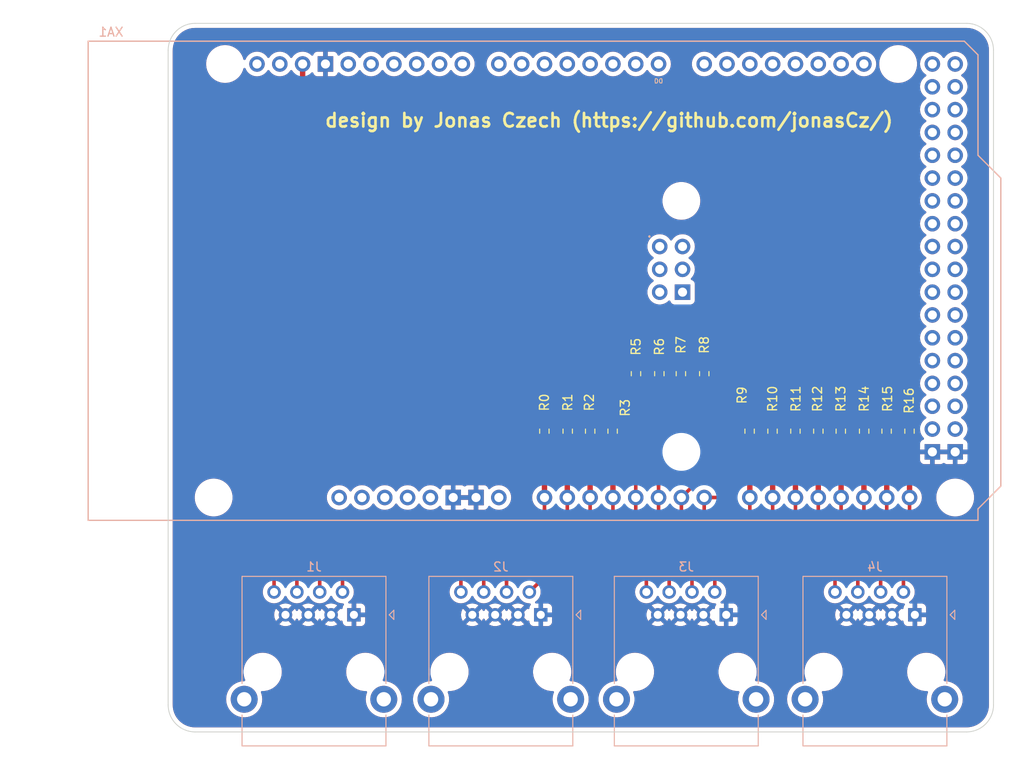
<source format=kicad_pcb>
(kicad_pcb (version 20211014) (generator pcbnew)
  (layers (0 "F.Cu" signal) (31 "B.Cu" signal) (34 "B.Paste" user) (35 "F.Paste" user) (36 "B.SilkS" user "B.Silkscreen") (37 "F.SilkS" user "F.Silkscreen") (38 "B.Mask" user) (39 "F.Mask" user) (44 "Edge.Cuts" user))
  (net 0 "")
  (net 1 "GND")
  (net 2 "AREF")
  (net 72 "Net-(XA1-PadA0)")
  (net 73 "Net-(XA1-PadA1)")
  (net 74 "Net-(XA1-PadA2)")
  (net 75 "Net-(R3-Pad1)")
  (net 76 "Net-(J2-Pad2)")
  (net 77 "Net-(J2-Pad4)")
  (net 78 "Net-(J2-Pad6)")
  (net 79 "Net-(J2-Pad8)")
  (net 80 "Net-(J3-Pad8)")
  (net 81 "Net-(J3-Pad6)")
  (net 82 "Net-(J3-Pad4)")
  (net 83 "Net-(J3-Pad2)")
  (net 84 "Net-(R16-Pad1)")
  (net 85 "Net-(R15-Pad1)")
  (net 86 "Net-(R14-Pad1)")
  (net 87 "Net-(R13-Pad1)")
  (footprint "Arduino_Library:Arduino_Mega2560_Shield" (layer "F.Cu") (at 76.214 85.324237)
    (fp_text reference "XA1" (at 2.54 -54.356) (layer "B.SilkS") (effects (justify mirror)))
    (fp_text value "Arduino_Mega2560_Shield")
    (fp_text user "." (at 62.484 -32.004) (layer "B.SilkS"))
    (fp_text user "D0" (at 63.5 -48.895 unlocked) (layer "B.SilkS") (effects (font (size 0.5 0.5) (thickness 0.075)) (justify mirror)))
    (fp_text user "D0" (at 63.5 -48.895 unlocked) (layer "F.SilkS") (effects (font (size 0.5 0.5) (thickness 0.075))))
    (fp_text user "." (at 62.484 -32.004) (layer "F.SilkS"))
    (pad "" np_thru_hole circle (at 90.17 -50.8) (size 3.2 3.2) (drill 3.2) (layers *.Cu *.Mask))
    (pad "" np_thru_hole circle (at 13.97 -2.54) (size 3.2 3.2) (drill 3.2) (layers *.Cu *.Mask))
    (pad "" np_thru_hole circle (at 66.04 -35.56) (size 3.2 3.2) (drill 3.2) (layers *.Cu *.Mask))
    (pad "" np_thru_hole circle (at 66.04 -7.62) (size 3.2 3.2) (drill 3.2) (layers *.Cu *.Mask))
    (pad "" thru_hole oval (at 27.94 -2.54) (size 1.7272 1.7272) (drill 1.016) (layers *.Cu *.Mask))
    (pad "" np_thru_hole circle (at 96.52 -2.54) (size 3.2 3.2) (drill 3.2) (layers *.Cu *.Mask))
    (pad "" np_thru_hole circle (at 15.24 -50.8) (size 3.2 3.2) (drill 3.2) (layers *.Cu *.Mask))
    (pad "3V3" thru_hole oval (at 35.56 -2.54) (size 1.7272 1.7272) (drill 1.016) (layers *.Cu *.Mask))
    (pad "5V1" thru_hole oval (at 38.1 -2.54) (size 1.7272 1.7272) (drill 1.016) (layers *.Cu *.Mask))
    (pad "5V2" thru_hole oval (at 66.167 -30.48) (size 1.7272 1.7272) (drill 1.016) (layers *.Cu *.Mask))
    (pad "5V3" thru_hole oval (at 93.98 -50.8) (size 1.7272 1.7272) (drill 1.016) (layers *.Cu *.Mask))
    (pad "5V4" thru_hole oval (at 96.52 -50.8) (size 1.7272 1.7272) (drill 1.016) (layers *.Cu *.Mask))
    (pad "A0" thru_hole oval (at 50.8 -2.54) (size 1.7272 1.7272) (drill 1.016) (layers *.Cu *.Mask) (net 72 "Net-(XA1-PadA0)"))
    (pad "A1" thru_hole oval (at 53.34 -2.54) (size 1.7272 1.7272) (drill 1.016) (layers *.Cu *.Mask) (net 73 "Net-(XA1-PadA1)"))
    (pad "A2" thru_hole oval (at 55.88 -2.54) (size 1.7272 1.7272) (drill 1.016) (layers *.Cu *.Mask) (net 74 "Net-(XA1-PadA2)"))
    (pad "A3" thru_hole oval (at 58.42 -2.54) (size 1.7272 1.7272) (drill 1.016) (layers *.Cu *.Mask) (net 75 "Net-(R3-Pad1)"))
    (pad "A4" thru_hole oval (at 60.96 -2.54) (size 1.7272 1.7272) (drill 1.016) (layers *.Cu *.Mask) (net 79 "Net-(J2-Pad8)"))
    (pad "A5" thru_hole oval (at 63.5 -2.54) (size 1.7272 1.7272) (drill 1.016) (layers *.Cu *.Mask) (net 78 "Net-(J2-Pad6)"))
    (pad "A6" thru_hole oval (at 66.04 -2.54) (size 1.7272 1.7272) (drill 1.016) (layers *.Cu *.Mask) (net 77 "Net-(J2-Pad4)"))
    (pad "A7" thru_hole oval (at 68.58 -2.54) (size 1.7272 1.7272) (drill 1.016) (layers *.Cu *.Mask) (net 76 "Net-(J2-Pad2)"))
    (pad "A8" thru_hole oval (at 73.66 -2.54) (size 1.7272 1.7272) (drill 1.016) (layers *.Cu *.Mask) (net 80 "Net-(J3-Pad8)"))
    (pad "A9" thru_hole oval (at 76.2 -2.54) (size 1.7272 1.7272) (drill 1.016) (layers *.Cu *.Mask) (net 81 "Net-(J3-Pad6)"))
    (pad "A10" thru_hole oval (at 78.74 -2.54) (size 1.7272 1.7272) (drill 1.016) (layers *.Cu *.Mask) (net 82 "Net-(J3-Pad4)"))
    (pad "A11" thru_hole oval (at 81.28 -2.54) (size 1.7272 1.7272) (drill 1.016) (layers *.Cu *.Mask) (net 83 "Net-(J3-Pad2)"))
    (pad "A12" thru_hole oval (at 83.82 -2.54) (size 1.7272 1.7272) (drill 1.016) (layers *.Cu *.Mask) (net 87 "Net-(R13-Pad1)"))
    (pad "A13" thru_hole oval (at 86.36 -2.54) (size 1.7272 1.7272) (drill 1.016) (layers *.Cu *.Mask) (net 86 "Net-(R14-Pad1)"))
    (pad "A14" thru_hole oval (at 88.9 -2.54) (size 1.7272 1.7272) (drill 1.016) (layers *.Cu *.Mask) (net 85 "Net-(R15-Pad1)"))
    (pad "A15" thru_hole oval (at 91.44 -2.54) (size 1.7272 1.7272) (drill 1.016) (layers *.Cu *.Mask) (net 84 "Net-(R16-Pad1)"))
    (pad "AREF" thru_hole oval (at 23.876 -50.8) (size 1.7272 1.7272) (drill 1.016) (layers *.Cu *.Mask) (net 2 "AREF"))
    (pad "D0" thru_hole oval (at 63.5 -50.8) (size 1.7272 1.7272) (drill 1.016) (layers *.Cu *.Mask))
    (pad "D1" thru_hole oval (at 60.96 -50.8) (size 1.7272 1.7272) (drill 1.016) (layers *.Cu *.Mask))
    (pad "D2" thru_hole oval (at 58.42 -50.8) (size 1.7272 1.7272) (drill 1.016) (layers *.Cu *.Mask))
    (pad "D3" thru_hole oval (at 55.88 -50.8) (size 1.7272 1.7272) (drill 1.016) (layers *.Cu *.Mask))
    (pad "D4" thru_hole oval (at 53.34 -50.8) (size 1.7272 1.7272) (drill 1.016) (layers *.Cu *.Mask))
    (pad "D5" thru_hole oval (at 50.8 -50.8) (size 1.7272 1.7272) (drill 1.016) (layers *.Cu *.Mask))
    (pad "D6" thru_hole oval (at 48.26 -50.8) (size 1.7272 1.7272) (drill 1.016) (layers *.Cu *.Mask))
    (pad "D7" thru_hole oval (at 45.72 -50.8) (size 1.7272 1.7272) (drill 1.016) (layers *.Cu *.Mask))
    (pad "D8" thru_hole oval (at 41.656 -50.8) (size 1.7272 1.7272) (drill 1.016) (layers *.Cu *.Mask))
    (pad "D9" thru_hole oval (at 39.116 -50.8) (size 1.7272 1.7272) (drill 1.016) (layers *.Cu *.Mask))
    (pad "D10" thru_hole oval (at 36.576 -50.8) (size 1.7272 1.7272) (drill 1.016) (layers *.Cu *.Mask))
    (pad "D11" thru_hole oval (at 34.036 -50.8) (size 1.7272 1.7272) (drill 1.016) (layers *.Cu *.Mask))
    (pad "D12" thru_hole oval (at 31.496 -50.8) (size 1.7272 1.7272) (drill 1.016) (layers *.Cu *.Mask))
    (pad "D13" thru_hole oval (at 28.956 -50.8) (size 1.7272 1.7272) (drill 1.016) (layers *.Cu *.Mask))
    (pad "D14" thru_hole oval (at 68.58 -50.8) (size 1.7272 1.7272) (drill 1.016) (layers *.Cu *.Mask))
    (pad "D15" thru_hole oval (at 71.12 -50.8) (size 1.7272 1.7272) (drill 1.016) (layers *.Cu *.Mask))
    (pad "D16" thru_hole oval (at 73.66 -50.8) (size 1.7272 1.7272) (drill 1.016) (layers *.Cu *.Mask))
    (pad "D17" thru_hole oval (at 76.2 -50.8) (size 1.7272 1.7272) (drill 1.016) (layers *.Cu *.Mask))
    (pad "D18" thru_hole oval (at 78.74 -50.8) (size 1.7272 1.7272) (drill 1.016) (layers *.Cu *.Mask))
    (pad "D19" thru_hole oval (at 81.28 -50.8) (size 1.7272 1.7272) (drill 1.016) (layers *.Cu *.Mask))
    (pad "D20" thru_hole oval (at 83.82 -50.8) (size 1.7272 1.7272) (drill 1.016) (layers *.Cu *.Mask))
    (pad "D21" thru_hole oval (at 86.36 -50.8) (size 1.7272 1.7272) (drill 1.016) (layers *.Cu *.Mask))
    (pad "D22" thru_hole oval (at 93.98 -48.26) (size 1.7272 1.7272) (drill 1.016) (layers *.Cu *.Mask))
    (pad "D23" thru_hole oval (at 96.52 -48.26) (size 1.7272 1.7272) (drill 1.016) (layers *.Cu *.Mask))
    (pad "D24" thru_hole oval (at 93.98 -45.72) (size 1.7272 1.7272) (drill 1.016) (layers *.Cu *.Mask))
    (pad "D25" thru_hole oval (at 96.52 -45.72) (size 1.7272 1.7272) (drill 1.016) (layers *.Cu *.Mask))
    (pad "D26" thru_hole oval (at 93.98 -43.18) (size 1.7272 1.7272) (drill 1.016) (layers *.Cu *.Mask))
    (pad "D27" thru_hole oval (at 96.52 -43.18) (size 1.7272 1.7272) (drill 1.016) (layers *.Cu *.Mask))
    (pad "D28" thru_hole oval (at 93.98 -40.64) (size 1.7272 1.7272) (drill 1.016) (layers *.Cu *.Mask))
    (pad "D29" thru_hole oval (at 96.52 -40.64) (size 1.7272 1.7272) (drill 1.016) (layers *.Cu *.Mask))
    (pad "D30" thru_hole oval (at 93.98 -38.1) (size 1.7272 1.7272) (drill 1.016) (layers *.Cu *.Mask))
    (pad "D31" thru_hole oval (at 96.52 -38.1) (size 1.7272 1.7272) (drill 1.016) (layers *.Cu *.Mask))
    (pad "D32" thru_hole oval (at 93.98 -35.56) (size 1.7272 1.7272) (drill 1.016) (layers *.Cu *.Mask))
    (pad "D33" thru_hole oval (at 96.52 -35.56) (size 1.7272 1.7272) (drill 1.016) (layers *.Cu *.Mask))
    (pad "D34" thru_hole oval (at 93.98 -33.02) (size 1.7272 1.7272) (drill 1.016) (layers *.Cu *.Mask))
    (pad "D35" thru_hole oval (at 96.52 -33.02) (size 1.7272 1.7272) (drill 1.016) (layers *.Cu *.Mask))
    (pad "D36" thru_hole oval (at 93.98 -30.48) (size 1.7272 1.7272) (drill 1.016) (layers *.Cu *.Mask))
    (pad "D37" thru_hole oval (at 96.52 -30.48) (size 1.7272 1.7272) (drill 1.016) (layers *.Cu *.Mask))
    (pad "D38" thru_hole oval (at 93.98 -27.94) (size 1.7272 1.7272) (drill 1.016) (layers *.Cu *.Mask))
    (pad "D39" thru_hole oval (at 96.52 -27.94) (size 1.7272 1.7272) (drill 1.016) (layers *.Cu *.Mask))
    (pad "D40" thru_hole oval (at 93.98 -25.4) (size 1.7272 1.7272) (drill 1.016) (layers *.Cu *.Mask))
    (pad "D41" thru_hole oval (at 96.52 -25.4) (size 1.7272 1.7272) (drill 1.016) (layers *.Cu *.Mask))
    (pad "D42" thru_hole oval (at 93.98 -22.86) (size 1.7272 1.7272) (drill 1.016) (layers *.Cu *.Mask))
    (pad "D43" thru_hole oval (at 96.52 -22.86) (size 1.7272 1.7272) (drill 1.016) (layers *.Cu *.Mask))
    (pad "D44" thru_hole oval (at 93.98 -20.32) (size 1.7272 1.7272) (drill 1.016) (layers *.Cu *.Mask))
    (pad "D45" thru_hole oval (at 96.52 -20.32) (size 1.7272 1.7272) (drill 1.016) (layers *.Cu *.Mask))
    (pad "D46" thru_hole oval (at 93.98 -17.78) (size 1.7272 1.7272) (drill 1.016) (layers *.Cu *.Mask))
    (pad "D47" thru_hole oval (at 96.52 -17.78) (size 1.7272 1.7272) (drill 1.016) (layers *.Cu *.Mask))
    (pad "D48" thru_hole oval (at 93.98 -15.24) (size 1.7272 1.7272) (drill 1.016) (layers *.Cu *.Mask))
    (pad "D49" thru_hole oval (at 96.52 -15.24) (size 1.7272 1.7272) (drill 1.016) (layers *.Cu *.Mask))
    (pad "D50" thru_hole oval (at 93.98 -12.7) (size 1.7272 1.7272) (drill 1.016) (layers *.Cu *.Mask))
    (pad "D51" thru_hole oval (at 96.52 -12.7) (size 1.7272 1.7272) (drill 1.016) (layers *.Cu *.Mask))
    (pad "D52" thru_hole oval (at 93.98 -10.16) (size 1.7272 1.7272) (drill 1.016) (layers *.Cu *.Mask))
    (pad "D53" thru_hole oval (at 96.52 -10.16) (size 1.7272 1.7272) (drill 1.016) (layers *.Cu *.Mask))
    (pad "GND1" thru_hole rect (at 26.416 -50.8) (size 1.7272 1.7272) (drill 1.016) (layers *.Cu *.Mask) (net 1 "GND"))
    (pad "GND2" thru_hole rect (at 40.64 -2.54) (size 1.7272 1.7272) (drill 1.016) (layers *.Cu *.Mask) (net 1 "GND"))
    (pad "GND3" thru_hole rect (at 43.18 -2.54) (size 1.7272 1.7272) (drill 1.016) (layers *.Cu *.Mask) (net 1 "GND"))
    (pad "GND4" thru_hole rect (at 66.167 -25.4) (size 1.7272 1.7272) (drill 1.016) (layers *.Cu *.Mask))
    (pad "GND5" thru_hole rect (at 93.98 -7.62) (size 1.7272 1.7272) (drill 1.016) (layers *.Cu *.Mask) (net 1 "GND"))
    (pad "GND6" thru_hole rect (at 96.52 -7.62) (size 1.7272 1.7272) (drill 1.016) (layers *.Cu *.Mask) (net 1 "GND"))
    (pad "IORF" thru_hole oval (at 30.48 -2.54) (size 1.7272 1.7272) (drill 1.016) (layers *.Cu *.Mask))
    (pad "MISO" thru_hole oval (at 63.627 -30.48) (size 1.7272 1.7272) (drill 1.016) (layers *.Cu *.Mask))
    (pad "MOSI" thru_hole oval (at 66.167 -27.94) (size 1.7272 1.7272) (drill 1.016) (layers *.Cu *.Mask))
    (pad "RST1" thru_hole oval (at 33.02 -2.54) (size 1.7272 1.7272) (drill 1.016) (layers *.Cu *.Mask))
    (pad "RST2" thru_hole oval (at 63.627 -25.4) (size 1.7272 1.7272) (drill 1.016) (layers *.Cu *.Mask))
    (pad "SCK" thru_hole oval (at 63.627 -27.94) (size 1.7272 1.7272) (drill 1.016) (layers *.Cu *.Mask))
    (pad "SCL" thru_hole oval (at 18.796 -50.8) (size 1.7272 1.7272) (drill 1.016) (layers *.Cu *.Mask))
    (pad "SDA" thru_hole oval (at 21.336 -50.8) (size 1.7272 1.7272) (drill 1.016) (layers *.Cu *.Mask))
    (pad "VIN" thru_hole oval (at 45.72 -2.54) (size 1.7272 1.7272) (drill 1.016) (layers *.Cu *.Mask))
  )
  (footprint "Resistor_SMD:R_0603_1608Metric" (layer "F.Cu") (at 139.8 69 90)
    (fp_text reference "R6" (at 3 0 90) (layer "F.SilkS"))
    (fp_text value "10k")
    (pad "1" smd roundrect (at -0.825 0 90) (size 0.8 0.95) (layers "F.Cu" "F.Paste" "F.Mask") (net 78 "Net-(J2-Pad6)"))
    (pad "2" smd roundrect (at 0.825 0 90) (size 0.8 0.95) (layers "F.Cu" "F.Paste" "F.Mask") (net 2 "AREF"))
  )
  (footprint "Resistor_SMD:R_0603_1608Metric" (layer "F.Cu") (at 154.95 75.4 90)
    (fp_text reference "R11" (at 3.6 0.05 90) (layer "F.SilkS"))
    (fp_text value "10k")
    (pad "1" smd roundrect (at -0.825 0 90) (size 0.8 0.95) (layers "F.Cu" "F.Paste" "F.Mask") (net 82 "Net-(J3-Pad4)"))
    (pad "2" smd roundrect (at 0.825 0 90) (size 0.8 0.95) (layers "F.Cu" "F.Paste" "F.Mask") (net 2 "AREF"))
  )
  (footprint "Resistor_SMD:R_0603_1608Metric" (layer "F.Cu") (at 129.6 75.4 90)
    (fp_text reference "R1" (at 3.2 0 90) (layer "F.SilkS"))
    (fp_text value "10k")
    (pad "1" smd roundrect (at -0.825 0 90) (size 0.8 0.95) (layers "F.Cu" "F.Paste" "F.Mask") (net 73 "Net-(XA1-PadA1)"))
    (pad "2" smd roundrect (at 0.825 0 90) (size 0.8 0.95) (layers "F.Cu" "F.Paste" "F.Mask") (net 2 "AREF"))
  )
  (footprint "Resistor_SMD:R_0603_1608Metric" (layer "F.Cu") (at 157.5 75.4 90)
    (fp_text reference "R12" (at 3.6 -0.1 90) (layer "F.SilkS"))
    (fp_text value "10k")
    (pad "1" smd roundrect (at -0.825 0 90) (size 0.8 0.95) (layers "F.Cu" "F.Paste" "F.Mask") (net 83 "Net-(J3-Pad2)"))
    (pad "2" smd roundrect (at 0.825 0 90) (size 0.8 0.95) (layers "F.Cu" "F.Paste" "F.Mask") (net 2 "AREF"))
  )
  (footprint "Resistor_SMD:R_0603_1608Metric" (layer "F.Cu") (at 167.65 75.4 90)
    (fp_text reference "R16" (at 3.4 -0.05 90) (layer "F.SilkS"))
    (fp_text value "10k")
    (pad "1" smd roundrect (at -0.825 0 90) (size 0.8 0.95) (layers "F.Cu" "F.Paste" "F.Mask") (net 84 "Net-(R16-Pad1)"))
    (pad "2" smd roundrect (at 0.825 0 90) (size 0.8 0.95) (layers "F.Cu" "F.Paste" "F.Mask") (net 2 "AREF"))
  )
  (footprint "Resistor_SMD:R_0603_1608Metric" (layer "F.Cu") (at 127 75.4 90)
    (fp_text reference "R0" (at 3.2 0 90) (layer "F.SilkS"))
    (fp_text value "10k")
    (pad "1" smd roundrect (at -0.825 0 90) (size 0.8 0.95) (layers "F.Cu" "F.Paste" "F.Mask") (net 72 "Net-(XA1-PadA0)"))
    (pad "2" smd roundrect (at 0.825 0 90) (size 0.8 0.95) (layers "F.Cu" "F.Paste" "F.Mask") (net 2 "AREF"))
  )
  (footprint "Resistor_SMD:R_0603_1608Metric" (layer "F.Cu") (at 142.2 69 90)
    (fp_text reference "R7" (at 3.2 0 90) (layer "F.SilkS"))
    (fp_text value "10k")
    (pad "1" smd roundrect (at -0.825 0 90) (size 0.8 0.95) (layers "F.Cu" "F.Paste" "F.Mask") (net 77 "Net-(J2-Pad4)"))
    (pad "2" smd roundrect (at 0.825 0 90) (size 0.8 0.95) (layers "F.Cu" "F.Paste" "F.Mask") (net 2 "AREF"))
  )
  (footprint "Resistor_SMD:R_0603_1608Metric" (layer "F.Cu") (at 144.8 69 90)
    (fp_text reference "R8" (at 3.2 0 90) (layer "F.SilkS"))
    (fp_text value "10k")
    (pad "1" smd roundrect (at -0.825 0 90) (size 0.8 0.95) (layers "F.Cu" "F.Paste" "F.Mask") (net 76 "Net-(J2-Pad2)"))
    (pad "2" smd roundrect (at 0.825 0 90) (size 0.8 0.95) (layers "F.Cu" "F.Paste" "F.Mask") (net 2 "AREF"))
  )
  (footprint "Resistor_SMD:R_0603_1608Metric" (layer "F.Cu") (at 160 75.4 90)
    (fp_text reference "R13" (at 3.6 0 90) (layer "F.SilkS"))
    (fp_text value "10k")
    (pad "1" smd roundrect (at -0.825 0 90) (size 0.8 0.95) (layers "F.Cu" "F.Paste" "F.Mask") (net 87 "Net-(R13-Pad1)"))
    (pad "2" smd roundrect (at 0.825 0 90) (size 0.8 0.95) (layers "F.Cu" "F.Paste" "F.Mask") (net 2 "AREF"))
  )
  (footprint "Resistor_SMD:R_0603_1608Metric" (layer "F.Cu") (at 137.2 69 90)
    (fp_text reference "R5" (at 3 0 90) (layer "F.SilkS"))
    (fp_text value "10k")
    (pad "1" smd roundrect (at -0.825 0 90) (size 0.8 0.95) (layers "F.Cu" "F.Paste" "F.Mask") (net 79 "Net-(J2-Pad8)"))
    (pad "2" smd roundrect (at 0.825 0 90) (size 0.8 0.95) (layers "F.Cu" "F.Paste" "F.Mask") (net 2 "AREF"))
  )
  (footprint "Resistor_SMD:R_0603_1608Metric" (layer "F.Cu") (at 132.1 75.4 90)
    (fp_text reference "R2" (at 3.2 -0.1 90) (layer "F.SilkS"))
    (fp_text value "10k")
    (pad "1" smd roundrect (at -0.825 0 90) (size 0.8 0.95) (layers "F.Cu" "F.Paste" "F.Mask") (net 74 "Net-(XA1-PadA2)"))
    (pad "2" smd roundrect (at 0.825 0 90) (size 0.8 0.95) (layers "F.Cu" "F.Paste" "F.Mask") (net 2 "AREF"))
  )
  (footprint "Resistor_SMD:R_0603_1608Metric" (layer "F.Cu") (at 162.6 75.4 90)
    (fp_text reference "R14" (at 3.6 0 90) (layer "F.SilkS"))
    (fp_text value "10k")
    (pad "1" smd roundrect (at -0.825 0 90) (size 0.8 0.95) (layers "F.Cu" "F.Paste" "F.Mask") (net 86 "Net-(R14-Pad1)"))
    (pad "2" smd roundrect (at 0.825 0 90) (size 0.8 0.95) (layers "F.Cu" "F.Paste" "F.Mask") (net 2 "AREF"))
  )
  (footprint "Resistor_SMD:R_0603_1608Metric" (layer "F.Cu") (at 165.1 75.4 90)
    (fp_text reference "R15" (at 3.6 0.1 90) (layer "F.SilkS"))
    (fp_text value "10k")
    (pad "1" smd roundrect (at -0.825 0 90) (size 0.8 0.95) (layers "F.Cu" "F.Paste" "F.Mask") (net 85 "Net-(R15-Pad1)"))
    (pad "2" smd roundrect (at 0.825 0 90) (size 0.8 0.95) (layers "F.Cu" "F.Paste" "F.Mask") (net 2 "AREF"))
  )
  (footprint "Resistor_SMD:R_0603_1608Metric" (layer "F.Cu") (at 134.6 75.4 90)
    (fp_text reference "R3" (at 2.6 1.4 90) (layer "F.SilkS"))
    (fp_text value "10k")
    (pad "1" smd roundrect (at -0.825 0 90) (size 0.8 0.95) (layers "F.Cu" "F.Paste" "F.Mask") (net 75 "Net-(R3-Pad1)"))
    (pad "2" smd roundrect (at 0.825 0 90) (size 0.8 0.95) (layers "F.Cu" "F.Paste" "F.Mask") (net 2 "AREF"))
  )
  (footprint "Resistor_SMD:R_0603_1608Metric" (layer "F.Cu") (at 152.4 75.4 90)
    (fp_text reference "R10" (at 3.6 0 90) (layer "F.SilkS"))
    (fp_text value "10k")
    (pad "1" smd roundrect (at -0.825 0 90) (size 0.8 0.95) (layers "F.Cu" "F.Paste" "F.Mask") (net 81 "Net-(J3-Pad6)"))
    (pad "2" smd roundrect (at 0.825 0 90) (size 0.8 0.95) (layers "F.Cu" "F.Paste" "F.Mask") (net 2 "AREF"))
  )
  (footprint "Resistor_SMD:R_0603_1608Metric" (layer "F.Cu") (at 149.85 75.4 90)
    (fp_text reference "R9" (at 4 -0.85 90) (layer "F.SilkS"))
    (fp_text value "10k")
    (pad "1" smd roundrect (at -0.825 0 90) (size 0.8 0.95) (layers "F.Cu" "F.Paste" "F.Mask") (net 80 "Net-(J3-Pad8)"))
    (pad "2" smd roundrect (at 0.825 0 90) (size 0.8 0.95) (layers "F.Cu" "F.Paste" "F.Mask") (net 2 "AREF"))
  )
  (footprint "Connector_RJ:RJ45_Ninigi_GE" (layer "B.Cu") (at 126.6 95.845 180)
    (fp_text reference "J2" (at 4.445 5.34) (layer "B.SilkS") (effects (justify mirror)))
    (fp_text value "RJ45")
    (pad "" np_thru_hole circle (at 10.16 -6.35) (size 3.25 3.25) (drill 3.25) (layers *.Cu *.Mask))
    (pad "" np_thru_hole circle (at -1.27 -6.35 180) (size 3.25 3.25) (drill 3.25) (layers *.Cu *.Mask))
    (pad "1" thru_hole rect (at 0 0) (size 1.5 1.5) (drill 0.9) (layers *.Cu *.Mask) (net 1 "GND"))
    (pad "2" thru_hole circle (at 1.27 2.54) (size 1.5 1.5) (drill 0.9) (layers *.Cu *.Mask) (net 76 "Net-(J2-Pad2)"))
    (pad "3" thru_hole circle (at 2.54 0) (size 1.5 1.5) (drill 0.9) (layers *.Cu *.Mask) (net 1 "GND"))
    (pad "4" thru_hole circle (at 3.81 2.54) (size 1.5 1.5) (drill 0.9) (layers *.Cu *.Mask) (net 77 "Net-(J2-Pad4)"))
    (pad "5" thru_hole circle (at 5.08 0) (size 1.5 1.5) (drill 0.9) (layers *.Cu *.Mask) (net 1 "GND"))
    (pad "6" thru_hole circle (at 6.35 2.54) (size 1.5 1.5) (drill 0.9) (layers *.Cu *.Mask) (net 78 "Net-(J2-Pad6)"))
    (pad "7" thru_hole circle (at 7.62 0) (size 1.5 1.5) (drill 0.9) (layers *.Cu *.Mask) (net 1 "GND"))
    (pad "8" thru_hole circle (at 8.89 2.54) (size 1.5 1.5) (drill 0.9) (layers *.Cu *.Mask) (net 79 "Net-(J2-Pad8)"))
    (pad "SH" thru_hole circle (at -3.325 -9.4 180) (size 3 3) (drill 1.6) (layers *.Cu *.Mask))
    (pad "SH" thru_hole circle (at 12.215 -9.4) (size 3 3) (drill 1.6) (layers *.Cu *.Mask))
  )
  (footprint "Connector_RJ:RJ45_Ninigi_GE" (layer "B.Cu") (at 105.8 95.845 180)
    (fp_text reference "J1" (at 4.445 5.34) (layer "B.SilkS") (effects (justify mirror)))
    (fp_text value "RJ45")
    (pad "" np_thru_hole circle (at 10.16 -6.35) (size 3.25 3.25) (drill 3.25) (layers *.Cu *.Mask))
    (pad "" np_thru_hole circle (at -1.27 -6.35 180) (size 3.25 3.25) (drill 3.25) (layers *.Cu *.Mask))
    (pad "1" thru_hole rect (at 0 0) (size 1.5 1.5) (drill 0.9) (layers *.Cu *.Mask) (net 1 "GND"))
    (pad "2" thru_hole circle (at 1.27 2.54) (size 1.5 1.5) (drill 0.9) (layers *.Cu *.Mask) (net 75 "Net-(R3-Pad1)"))
    (pad "3" thru_hole circle (at 2.54 0) (size 1.5 1.5) (drill 0.9) (layers *.Cu *.Mask) (net 1 "GND"))
    (pad "4" thru_hole circle (at 3.81 2.54) (size 1.5 1.5) (drill 0.9) (layers *.Cu *.Mask) (net 74 "Net-(XA1-PadA2)"))
    (pad "5" thru_hole circle (at 5.08 0) (size 1.5 1.5) (drill 0.9) (layers *.Cu *.Mask) (net 1 "GND"))
    (pad "6" thru_hole circle (at 6.35 2.54) (size 1.5 1.5) (drill 0.9) (layers *.Cu *.Mask) (net 73 "Net-(XA1-PadA1)"))
    (pad "7" thru_hole circle (at 7.62 0) (size 1.5 1.5) (drill 0.9) (layers *.Cu *.Mask) (net 1 "GND"))
    (pad "8" thru_hole circle (at 8.89 2.54) (size 1.5 1.5) (drill 0.9) (layers *.Cu *.Mask) (net 72 "Net-(XA1-PadA0)"))
    (pad "SH" thru_hole circle (at 12.215 -9.4) (size 3 3) (drill 1.6) (layers *.Cu *.Mask))
    (pad "SH" thru_hole circle (at -3.325 -9.4 180) (size 3 3) (drill 1.6) (layers *.Cu *.Mask))
  )
  (footprint "Connector_RJ:RJ45_Ninigi_GE" (layer "B.Cu") (at 147.245 95.845 180)
    (fp_text reference "J3" (at 4.445 5.34) (layer "B.SilkS") (effects (justify mirror)))
    (fp_text value "RJ45")
    (pad "" np_thru_hole circle (at -1.27 -6.35 180) (size 3.25 3.25) (drill 3.25) (layers *.Cu *.Mask))
    (pad "" np_thru_hole circle (at 10.16 -6.35) (size 3.25 3.25) (drill 3.25) (layers *.Cu *.Mask))
    (pad "1" thru_hole rect (at 0 0) (size 1.5 1.5) (drill 0.9) (layers *.Cu *.Mask) (net 1 "GND"))
    (pad "2" thru_hole circle (at 1.27 2.54) (size 1.5 1.5) (drill 0.9) (layers *.Cu *.Mask) (net 83 "Net-(J3-Pad2)"))
    (pad "3" thru_hole circle (at 2.54 0) (size 1.5 1.5) (drill 0.9) (layers *.Cu *.Mask) (net 1 "GND"))
    (pad "4" thru_hole circle (at 3.81 2.54) (size 1.5 1.5) (drill 0.9) (layers *.Cu *.Mask) (net 82 "Net-(J3-Pad4)"))
    (pad "5" thru_hole circle (at 5.08 0) (size 1.5 1.5) (drill 0.9) (layers *.Cu *.Mask) (net 1 "GND"))
    (pad "6" thru_hole circle (at 6.35 2.54) (size 1.5 1.5) (drill 0.9) (layers *.Cu *.Mask) (net 81 "Net-(J3-Pad6)"))
    (pad "7" thru_hole circle (at 7.62 0) (size 1.5 1.5) (drill 0.9) (layers *.Cu *.Mask) (net 1 "GND"))
    (pad "8" thru_hole circle (at 8.89 2.54) (size 1.5 1.5) (drill 0.9) (layers *.Cu *.Mask) (net 80 "Net-(J3-Pad8)"))
    (pad "SH" thru_hole circle (at 12.215 -9.4) (size 3 3) (drill 1.6) (layers *.Cu *.Mask))
    (pad "SH" thru_hole circle (at -3.325 -9.4 180) (size 3 3) (drill 1.6) (layers *.Cu *.Mask))
  )
  (footprint "Connector_RJ:RJ45_Ninigi_GE" (layer "B.Cu") (at 168.245 95.845 180)
    (fp_text reference "J4" (at 4.445 5.34) (layer "B.SilkS") (effects (justify mirror)))
    (fp_text value "RJ45")
    (pad "" np_thru_hole circle (at -1.27 -6.35 180) (size 3.25 3.25) (drill 3.25) (layers *.Cu *.Mask))
    (pad "" np_thru_hole circle (at 10.16 -6.35) (size 3.25 3.25) (drill 3.25) (layers *.Cu *.Mask))
    (pad "1" thru_hole rect (at 0 0) (size 1.5 1.5) (drill 0.9) (layers *.Cu *.Mask) (net 1 "GND"))
    (pad "2" thru_hole circle (at 1.27 2.54) (size 1.5 1.5) (drill 0.9) (layers *.Cu *.Mask) (net 84 "Net-(R16-Pad1)"))
    (pad "3" thru_hole circle (at 2.54 0) (size 1.5 1.5) (drill 0.9) (layers *.Cu *.Mask) (net 1 "GND"))
    (pad "4" thru_hole circle (at 3.81 2.54) (size 1.5 1.5) (drill 0.9) (layers *.Cu *.Mask) (net 85 "Net-(R15-Pad1)"))
    (pad "5" thru_hole circle (at 5.08 0) (size 1.5 1.5) (drill 0.9) (layers *.Cu *.Mask) (net 1 "GND"))
    (pad "6" thru_hole circle (at 6.35 2.54) (size 1.5 1.5) (drill 0.9) (layers *.Cu *.Mask) (net 86 "Net-(R14-Pad1)"))
    (pad "7" thru_hole circle (at 7.62 0) (size 1.5 1.5) (drill 0.9) (layers *.Cu *.Mask) (net 1 "GND"))
    (pad "8" thru_hole circle (at 8.89 2.54) (size 1.5 1.5) (drill 0.9) (layers *.Cu *.Mask) (net 87 "Net-(R13-Pad1)"))
    (pad "SH" thru_hole circle (at 12.215 -9.4) (size 3 3) (drill 1.6) (layers *.Cu *.Mask))
    (pad "SH" thru_hole circle (at -3.325 -9.4 180) (size 3 3) (drill 1.6) (layers *.Cu *.Mask))
  )
  (gr_arc (start 174 30) (mid 176.12132 30.87868) (end 177 33) (layer "Edge.Cuts") (width 0.1))
  (gr_line (start 174 30) (end 88.12132 30) (layer "Edge.Cuts") (width 0.1))
  (gr_line (start 88.12132 108.87868) (end 174 108.87868) (layer "Edge.Cuts") (width 0.1))
  (gr_line (start 85.12132 33) (end 85.12132 105.87868) (layer "Edge.Cuts") (width 0.1))
  (gr_arc (start 88.12132 108.87868) (mid 85.999987 108.000007) (end 85.12132 105.87868) (layer "Edge.Cuts") (width 0.1))
  (gr_arc (start 85.12132 33) (mid 86 30.87868) (end 88.12132 30) (layer "Edge.Cuts") (width 0.1))
  (gr_arc (start 177 105.87868) (mid 176.12132 108) (end 174 108.87868) (layer "Edge.Cuts") (width 0.1))
  (gr_line (start 177 105.87868) (end 177 33) (layer "Edge.Cuts") (width 0.1))
  (gr_text "design by Jonas Czech (https://github.com/jonasCz/)" (at 134.2 40.8) (layer "F.SilkS") (effects (font (size 1.5 1.5) (thickness 0.3))))
  (segment (start 152.4 74.575) (end 149.85 74.575) (width 0.4) (layer "F.Cu") (net 2))
  (segment (start 157.5 74.575) (end 154.95 74.575) (width 0.4) (layer "F.Cu") (net 2))
  (segment (start 134.6 74.575) (end 132.1 74.575) (width 0.4) (layer "F.Cu") (net 2))
  (segment (start 167.65 74.575) (end 165.1 74.575) (width 0.4) (layer "F.Cu") (net 2))
  (segment (start 165.1 74.575) (end 162.6 74.575) (width 0.4) (layer "F.Cu") (net 2))
  (segment (start 135.058883 68.541117) (end 134.966116 68.633884) (width 0.4) (layer "F.Cu") (net 2))
  (segment (start 148.257233 68.175) (end 144.8 68.175) (width 0.4) (layer "F.Cu") (net 2))
  (segment (start 149.85 74.575) (end 149.85 69.767767) (width 0.4) (layer "F.Cu") (net 2))
  (segment (start 134.6 69.517767) (end 134.6 74.575) (width 0.4) (layer "F.Cu") (net 2))
  (segment (start 132.1 74.575) (end 129.6 74.575) (width 0.4) (layer "F.Cu") (net 2))
  (segment (start 149.483883 68.883883) (end 149.141116 68.541116) (width 0.4) (layer "F.Cu") (net 2))
  (segment (start 137.2 68.175) (end 135.942767 68.175) (width 0.4) (layer "F.Cu") (net 2))
  (segment (start 129.6 74.575) (end 127 74.575) (width 0.4) (layer "F.Cu") (net 2))
  (segment (start 142.2 68.175) (end 144.8 68.175) (width 0.4) (layer "F.Cu") (net 2))
  (segment (start 104.017641 74.575) (end 127 74.575) (width 0.6) (layer "F.Cu") (net 2))
  (segment (start 142.2 68.175) (end 139.8 68.175) (width 0.4) (layer "F.Cu") (net 2))
  (segment (start 100.09 34.524237) (end 100.09 70.647359) (width 0.6) (layer "F.Cu") (net 2))
  (segment (start 100.96868 72.76868) (end 101.896321 73.696321) (width 0.6) (layer "F.Cu") (net 2))
  (segment (start 154.95 74.575) (end 152.4 74.575) (width 0.4) (layer "F.Cu") (net 2))
  (segment (start 162.6 74.575) (end 160 74.575) (width 0.4) (layer "F.Cu") (net 2))
  (segment (start 137.2 68.175) (end 139.8 68.175) (width 0.4) (layer "F.Cu") (net 2))
  (segment (start 160 74.575) (end 157.5 74.575) (width 0.4) (layer "F.Cu") (net 2))
  (arc (start 135.058883 68.541117) (mid 135.464412 68.270151) (end 135.942767 68.175) (width 0.4) (layer "F.Cu") (net 2))
  (arc (start 100.09 70.647359) (mid 100.318362 71.79541) (end 100.96868 72.76868) (width 0.6) (layer "F.Cu") (net 2))
  (arc (start 148.257233 68.175) (mid 148.735587 68.27015) (end 149.141116 68.541116) (width 0.4) (layer "F.Cu") (net 2))
  (arc (start 134.6 69.517767) (mid 134.69515 69.039413) (end 134.966116 68.633884) (width 0.4) (layer "F.Cu") (net 2))
  (arc (start 149.85 69.767767) (mid 149.754849 69.289412) (end 149.483883 68.883883) (width 0.4) (layer "F.Cu") (net 2))
  (arc (start 104.017641 74.575) (mid 102.869591 74.346639) (end 101.896321 73.696321) (width 0.6) (layer "F.Cu") (net 2))
  (segment (start 127.014 82.784237) (end 127.014 84.07534) (width 0.4) (layer "F.Cu") (net 72))
  (segment (start 126.79433 84.60567) (end 126.21967 85.18033) (width 0.4) (layer "F.Cu") (net 72))
  (segment (start 96.91 87.00066) (end 96.91 93.305) (width 0.4) (layer "F.Cu") (net 72))
  (segment (start 127 76.225) (end 127.014 76.239) (width 0.6) (layer "F.Cu") (net 72))
  (segment (start 97.98033 85.61967) (end 97.12967 86.47033) (width 0.4) (layer "F.Cu") (net 72))
  (segment (start 127.014 76.239) (end 127.014 82.784237) (width 0.6) (layer "F.Cu") (net 72))
  (segment (start 125.68934 85.4) (end 98.51066 85.4) (width 0.4) (layer "F.Cu") (net 72))
  (arc (start 126.21967 85.18033) (mid 125.976353 85.34291) (end 125.68934 85.4) (width 0.4) (layer "F.Cu") (net 72))
  (arc (start 126.79433 84.60567) (mid 126.95691 84.362353) (end 127.014 84.07534) (width 0.4) (layer "F.Cu") (net 72))
  (arc (start 97.12967 86.47033) (mid 96.96709 86.713647) (end 96.91 87.00066) (width 0.4) (layer "F.Cu") (net 72))
  (arc (start 97.98033 85.61967) (mid 98.223647 85.45709) (end 98.51066 85.4) (width 0.4) (layer "F.Cu") (net 72))
  (segment (start 129.554 76.271) (end 129.554 82.784237) (width 0.6) (layer "F.Cu") (net 73))
  (segment (start 128.48934 86.4) (end 100.91066 86.4) (width 0.4) (layer "F.Cu") (net 73))
  (segment (start 129.6 76.225) (end 129.554 76.271) (width 0.6) (layer "F.Cu") (net 73))
  (segment (start 99.45 87.86066) (end 99.45 93.305) (width 0.4) (layer "F.Cu") (net 73))
  (segment (start 129.554 82.784237) (end 129.554 85.33534) (width 0.4) (layer "F.Cu") (net 73))
  (segment (start 100.38033 86.61967) (end 99.66967 87.33033) (width 0.4) (layer "F.Cu") (net 73))
  (segment (start 129.33433 85.86567) (end 129.01967 86.18033) (width 0.4) (layer "F.Cu") (net 73))
  (arc (start 128.48934 86.4) (mid 128.776353 86.34291) (end 129.01967 86.18033) (width 0.4) (layer "F.Cu") (net 73))
  (arc (start 129.554 85.33534) (mid 129.49691 85.622353) (end 129.33433 85.86567) (width 0.4) (layer "F.Cu") (net 73))
  (arc (start 99.45 87.86066) (mid 99.50709 87.573647) (end 99.66967 87.33033) (width 0.4) (layer "F.Cu") (net 73))
  (arc (start 100.91066 86.4) (mid 100.623647 86.45709) (end 100.38033 86.61967) (width 0.4) (layer "F.Cu") (net 73))
  (segment (start 131.87433 86.72567) (end 131.41967 87.18033) (width 0.4) (layer "F.Cu") (net 74))
  (segment (start 130.88934 87.4) (end 103.51066 87.4) (width 0.4) (layer "F.Cu") (net 74))
  (segment (start 102.98033 87.61967) (end 102.20967 88.39033) (width 0.4) (layer "F.Cu") (net 74))
  (segment (start 101.99 88.92066) (end 101.99 93.305) (width 0.4) (layer "F.Cu") (net 74))
  (segment (start 132.094 82.784237) (end 132.094 86.19534) (width 0.4) (layer "F.Cu") (net 74))
  (segment (start 132.094 76.231) (end 132.094 82.784237) (width 0.6) (layer "F.Cu") (net 74))
  (segment (start 132.1 76.225) (end 132.094 76.231) (width 0.6) (layer "F.Cu") (net 74))
  (arc (start 101.99 88.92066) (mid 102.04709 88.633647) (end 102.20967 88.39033) (width 0.4) (layer "F.Cu") (net 74))
  (arc (start 131.87433 86.72567) (mid 132.03691 86.482353) (end 132.094 86.19534) (width 0.4) (layer "F.Cu") (net 74))
  (arc (start 102.98033 87.61967) (mid 103.223647 87.45709) (end 103.51066 87.4) (width 0.4) (layer "F.Cu") (net 74))
  (arc (start 131.41967 87.18033) (mid 131.176353 87.34291) (end 130.88934 87.4) (width 0.4) (layer "F.Cu") (net 74))
  (segment (start 134.6 76.225) (end 134.634 76.259) (width 0.6) (layer "F.Cu") (net 75))
  (segment (start 134.634 76.259) (end 134.634 82.784237) (width 0.6) (layer "F.Cu") (net 75))
  (segment (start 134.634 82.784237) (end 134.634 85.25534) (width 0.4) (layer "F.Cu") (net 75))
  (segment (start 134.41433 85.78567) (end 132.01967 88.18033) (width 0.4) (layer "F.Cu") (net 75))
  (segment (start 131.48934 88.4) (end 106.11066 88.4) (width 0.4) (layer "F.Cu") (net 75))
  (segment (start 105.58033 88.61967) (end 104.74967 89.45033) (width 0.4) (layer "F.Cu") (net 75))
  (segment (start 104.53 89.98066) (end 104.53 93.305) (width 0.4) (layer "F.Cu") (net 75))
  (arc (start 104.74967 89.45033) (mid 104.58709 89.693647) (end 104.53 89.98066) (width 0.4) (layer "F.Cu") (net 75))
  (arc (start 105.58033 88.61967) (mid 105.823647 88.45709) (end 106.11066 88.4) (width 0.4) (layer "F.Cu") (net 75))
  (arc (start 131.48934 88.4) (mid 131.776353 88.34291) (end 132.01967 88.18033) (width 0.4) (layer "F.Cu") (net 75))
  (arc (start 134.634 85.25534) (mid 134.57691 85.542353) (end 134.41433 85.78567) (width 0.4) (layer "F.Cu") (net 75))
  (segment (start 144.8 71.8) (end 144.8 69.825) (width 0.4) (layer "F.Cu") (net 76))
  (segment (start 144.794 82.784237) (end 144.794 86.09534) (width 0.4) (layer "F.Cu") (net 76))
  (segment (start 144.57433 86.62567) (end 143.41967 87.78033) (width 0.4) (layer "F.Cu") (net 76))
  (segment (start 126.21533 92.41967) (end 125.33 93.305) (width 0.4) (layer "F.Cu") (net 76))
  (segment (start 142.88934 88) (end 138.31066 88) (width 0.4) (layer "F.Cu") (net 76))
  (segment (start 133.48934 92.2) (end 126.74566 92.2) (width 0.4) (layer "F.Cu") (net 76))
  (segment (start 137.78033 88.21967) (end 134.01967 91.98033) (width 0.4) (layer "F.Cu") (net 76))
  (segment (start 147.6 81.48934) (end 147.6 74.91066) (width 0.4) (layer "F.Cu") (net 76))
  (segment (start 144.794 82.784237) (end 146.305103 82.784237) (width 0.4) (layer "F.Cu") (net 76))
  (segment (start 147.38033 74.38033) (end 144.8 71.8) (width 0.4) (layer "F.Cu") (net 76))
  (segment (start 146.835433 82.564567) (end 147.38033 82.01967) (width 0.4) (layer "F.Cu") (net 76))
  (arc (start 142.88934 88) (mid 143.176353 87.94291) (end 143.41967 87.78033) (width 0.4) (layer "F.Cu") (net 76))
  (arc (start 146.835433 82.564567) (mid 146.592116 82.727147) (end 146.305103 82.784237) (width 0.4) (layer "F.Cu") (net 76))
  (arc (start 147.38033 74.38033) (mid 147.54291 74.623647) (end 147.6 74.91066) (width 0.4) (layer "F.Cu") (net 76))
  (arc (start 147.6 81.48934) (mid 147.54291 81.776353) (end 147.38033 82.01967) (width 0.4) (layer "F.Cu") (net 76))
  (arc (start 133.48934 92.2) (mid 133.776353 92.14291) (end 134.01967 91.98033) (width 0.4) (layer "F.Cu") (net 76))
  (arc (start 144.794 86.09534) (mid 144.73691 86.382353) (end 144.57433 86.62567) (width 0.4) (layer "F.Cu") (net 76))
  (arc (start 138.31066 88) (mid 138.023647 88.05709) (end 137.78033 88.21967) (width 0.4) (layer "F.Cu") (net 76))
  (arc (start 126.74566 92.2) (mid 126.458647 92.25709) (end 126.21533 92.41967) (width 0.4) (layer "F.Cu") (net 76))
  (segment (start 133.08934 91.2) (end 123.71066 91.2) (width 0.4) (layer "F.Cu") (net 77))
  (segment (start 122.79 92.12066) (end 122.79 93.305) (width 0.4) (layer "F.Cu") (net 77))
  (segment (start 146.6 79.48934) (end 146.6 75.31066) (width 0.4) (layer "F.Cu") (net 77))
  (segment (start 145.61967 80.78033) (end 146.38033 80.01967) (width 0.4) (layer "F.Cu") (net 77))
  (segment (start 141.08934 87) (end 137.91066 87) (width 0.4) (layer "F.Cu") (net 77))
  (segment (start 137.38033 87.21967) (end 133.61967 90.98033) (width 0.4) (layer "F.Cu") (net 77))
  (segment (start 146.38033 74.78033) (end 142.41967 70.81967) (width 0.4) (layer "F.Cu") (net 77))
  (segment (start 144.348897 81) (end 145.08934 81) (width 0.4) (layer "F.Cu") (net 77))
  (segment (start 123.18033 91.41967) (end 123.00967 91.59033) (width 0.4) (layer "F.Cu") (net 77))
  (segment (start 142.03433 86.36567) (end 141.61967 86.78033) (width 0.4) (layer "F.Cu") (net 77))
  (segment (start 142.254 82.784237) (end 142.254 85.83534) (width 0.4) (layer "F.Cu") (net 77))
  (segment (start 142.2 70.28934) (end 142.2 69.825) (width 0.4) (layer "F.Cu") (net 77))
  (segment (start 142.254 82.784237) (end 143.818567 81.21967) (width 0.4) (layer "F.Cu") (net 77))
  (arc (start 145.08934 81) (mid 145.376353 80.94291) (end 145.61967 80.78033) (width 0.4) (layer "F.Cu") (net 77))
  (arc (start 133.08934 91.2) (mid 133.376353 91.14291) (end 133.61967 90.98033) (width 0.4) (layer "F.Cu") (net 77))
  (arc (start 142.03433 86.36567) (mid 142.19691 86.122353) (end 142.254 85.83534) (width 0.4) (layer "F.Cu") (net 77))
  (arc (start 142.41967 70.81967) (mid 142.25709 70.576353) (end 142.2 70.28934) (width 0.4) (layer "F.Cu") (net 77))
  (arc (start 146.38033 80.01967) (mid 146.54291 79.776353) (end 146.6 79.48934) (width 0.4) (layer "F.Cu") (net 77))
  (arc (start 141.61967 86.78033) (mid 141.376353 86.94291) (end 141.08934 87) (width 0.4) (layer "F.Cu") (net 77))
  (arc (start 122.79 92.12066) (mid 122.84709 91.833647) (end 123.00967 91.59033) (width 0.4) (layer "F.Cu") (net 77))
  (arc (start 137.38033 87.21967) (mid 137.623647 87.05709) (end 137.91066 87) (width 0.4) (layer "F.Cu") (net 77))
  (arc (start 146.6 75.31066) (mid 146.54291 75.023647) (end 146.38033 74.78033) (width 0.4) (layer "F.Cu") (net 77))
  (arc (start 123.71066 91.2) (mid 123.423647 91.25709) (end 123.18033 91.41967) (width 0.4) (layer "F.Cu") (net 77))
  (arc (start 143.818567 81.21967) (mid 144.061884 81.05709) (end 144.348897 81) (width 0.4) (layer "F.Cu") (net 77))
  (segment (start 139.714 82.784237) (end 139.714 81.521107) (width 0.4) (layer "F.Cu") (net 78))
  (segment (start 138 79.992893) (end 138 72.807107) (width 0.4) (layer "F.Cu") (net 78))
  (segment (start 139.714 84.77534) (end 139.714 82.784237) (width 0.4) (layer "F.Cu") (net 78))
  (segment (start 139.01967 85.78033) (end 139.49433 85.30567) (width 0.4) (layer "F.Cu") (net 78))
  (segment (start 138.992893 80.8) (end 138.807107 80.8) (width 0.4) (layer "F.Cu") (net 78))
  (segment (start 136.98033 86.21967) (end 133.21967 89.98033) (width 0.4) (layer "F.Cu") (net 78))
  (segment (start 120.25 91.46066) (end 120.25 93.305) (width 0.4) (layer "F.Cu") (net 78))
  (segment (start 138.146447 72.453553) (end 139.58033 71.01967) (width 0.4) (layer "F.Cu") (net 78))
  (segment (start 138.453553 80.653553) (end 138.146446 80.346446) (width 0.4) (layer "F.Cu") (net 78))
  (segment (start 120.98033 90.41967) (end 120.46967 90.93033) (width 0.4) (layer "F.Cu") (net 78))
  (segment (start 137.51066 86) (end 138.48934 86) (width 0.4) (layer "F.Cu") (net 78))
  (segment (start 132.68934 90.2) (end 121.51066 90.2) (width 0.4) (layer "F.Cu") (net 78))
  (segment (start 139.567553 81.167553) (end 139.346446 80.946446) (width 0.4) (layer "F.Cu") (net 78))
  (segment (start 139.8 70.48934) (end 139.8 69.825) (width 0.4) (layer "F.Cu") (net 78))
  (arc (start 138 72.807107) (mid 138.03806 72.615765) (end 138.146447 72.453553) (width 0.4) (layer "F.Cu") (net 78))
  (arc (start 132.68934 90.2) (mid 132.976353 90.14291) (end 133.21967 89.98033) (width 0.4) (layer "F.Cu") (net 78))
  (arc (start 138.48934 86) (mid 138.776353 85.94291) (end 139.01967 85.78033) (width 0.4) (layer "F.Cu") (net 78))
  (arc (start 121.51066 90.2) (mid 121.223647 90.25709) (end 120.98033 90.41967) (width 0.4) (layer "F.Cu") (net 78))
  (arc (start 139.8 70.48934) (mid 139.74291 70.776353) (end 139.58033 71.01967) (width 0.4) (layer "F.Cu") (net 78))
  (arc (start 136.98033 86.21967) (mid 137.223647 86.05709) (end 137.51066 86) (width 0.4) (layer "F.Cu") (net 78))
  (arc (start 138.807107 80.8) (mid 138.615765 80.76194) (end 138.453553 80.653553) (width 0.4) (layer "F.Cu") (net 78))
  (arc (start 138.146446 80.346446) (mid 138.03806 80.184234) (end 138 79.992893) (width 0.4) (layer "F.Cu") (net 78))
  (arc (start 139.346446 80.946446) (mid 139.184234 80.83806) (end 138.992893 80.8) (width 0.4) (layer "F.Cu") (net 78))
  (arc (start 120.25 91.46066) (mid 120.30709 91.173647) (end 120.46967 90.93033) (width 0.4) (layer "F.Cu") (net 78))
  (arc (start 139.714 84.77534) (mid 139.65691 85.062353) (end 139.49433 85.30567) (width 0.4) (layer "F.Cu") (net 78))
  (arc (start 139.714 81.521107) (mid 139.67594 81.329765) (end 139.567553 81.167553) (width 0.4) (layer "F.Cu") (net 78))
  (segment (start 117.71 90.40066) (end 117.71 93.305) (width 0.4) (layer "F.Cu") (net 79))
  (segment (start 137.174 69.851) (end 137.2 69.825) (width 0.4) (layer "F.Cu") (net 79))
  (segment (start 137.174 82.784237) (end 137.174 84.51534) (width 0.4) (layer "F.Cu") (net 79))
  (segment (start 118.18033 89.61967) (end 117.92967 89.87033) (width 0.4) (layer "F.Cu") (net 79))
  (segment (start 132.28934 89.4) (end 118.71066 89.4) (width 0.4) (layer "F.Cu") (net 79))
  (segment (start 136.95433 85.04567) (end 132.81967 89.18033) (width 0.4) (layer "F.Cu") (net 79))
  (segment (start 137.174 71.826) (end 137.174 69.851) (width 0.4) (layer "F.Cu") (net 79))
  (segment (start 137.174 82.784237) (end 137.174 71.826) (width 0.4) (layer "F.Cu") (net 79))
  (arc (start 137.174 84.51534) (mid 137.11691 84.802353) (end 136.95433 85.04567) (width 0.4) (layer "F.Cu") (net 79))
  (arc (start 132.81967 89.18033) (mid 132.576353 89.34291) (end 132.28934 89.4) (width 0.4) (layer "F.Cu") (net 79))
  (arc (start 117.92967 89.87033) (mid 117.76709 90.113647) (end 117.71 90.40066) (width 0.4) (layer "F.Cu") (net 79))
  (arc (start 118.18033 89.61967) (mid 118.423647 89.45709) (end 118.71066 89.4) (width 0.4) (layer "F.Cu") (net 79))
  (segment (start 149.874 76.249) (end 149.874 82.784237) (width 0.6) (layer "F.Cu") (net 80))
  (segment (start 149.874 85.61534) (end 149.874 82.784237) (width 0.4) (layer "F.Cu") (net 80))
  (segment (start 144.21967 88.98033) (end 145.38033 87.81967) (width 0.4) (layer "F.Cu") (net 80))
  (segment (start 149.85 76.225) (end 149.874 76.249) (width 0.6) (layer "F.Cu") (net 80))
  (segment (start 145.91066 87.6) (end 147.88934 87.6) (width 0.4) (layer "F.Cu") (net 80))
  (segment (start 140.71066 89.2) (end 143.68934 89.2) (width 0.4) (layer "F.Cu") (net 80))
  (segment (start 138.355 93.305) (end 138.355 91.55566) (width 0.4) (layer "F.Cu") (net 80))
  (segment (start 148.41967 87.38033) (end 149.65433 86.14567) (width 0.4) (layer "F.Cu") (net 80))
  (segment (start 138.57467 91.02533) (end 140.18033 89.41967) (width 0.4) (layer "F.Cu") (net 80))
  (arc (start 147.88934 87.6) (mid 148.176353 87.54291) (end 148.41967 87.38033) (width 0.4) (layer "F.Cu") (net 80))
  (arc (start 140.18033 89.41967) (mid 140.423647 89.25709) (end 140.71066 89.2) (width 0.4) (layer "F.Cu") (net 80))
  (arc (start 145.38033 87.81967) (mid 145.623647 87.65709) (end 145.91066 87.6) (width 0.4) (layer "F.Cu") (net 80))
  (arc (start 144.21967 88.98033) (mid 143.976353 89.14291) (end 143.68934 89.2) (width 0.4) (layer "F.Cu") (net 80))
  (arc (start 138.355 91.55566) (mid 138.41209 91.268647) (end 138.57467 91.02533) (width 0.4) (layer "F.Cu") (net 80))
  (arc (start 149.874 85.61534) (mid 149.81691 85.902353) (end 149.65433 86.14567) (width 0.4) (layer "F.Cu") (net 80))
  (segment (start 152.4 76.225) (end 152.414 76.239) (width 0.6) (layer "F.Cu") (net 81))
  (segment (start 140.895 93.305) (end 140.895 91.21566) (width 0.4) (layer "F.Cu") (net 81))
  (segment (start 152.414 87.27534) (end 152.414 82.784237) (width 0.4) (layer "F.Cu") (net 81))
  (segment (start 141.11467 90.68533) (end 141.38033 90.41967) (width 0.4) (layer "F.Cu") (net 81))
  (segment (start 146.51066 88.4) (end 151.28934 88.4) (width 0.4) (layer "F.Cu") (net 81))
  (segment (start 151.81967 88.18033) (end 152.19433 87.80567) (width 0.4) (layer "F.Cu") (net 81))
  (segment (start 141.91066 90.2) (end 144.08934 90.2) (width 0.4) (layer "F.Cu") (net 81))
  (segment (start 144.61967 89.98033) (end 145.98033 88.61967) (width 0.4) (layer "F.Cu") (net 81))
  (segment (start 152.414 76.239) (end 152.414 82.784237) (width 0.6) (layer "F.Cu") (net 81))
  (arc (start 144.08934 90.2) (mid 144.376353 90.14291) (end 144.61967 89.98033) (width 0.4) (layer "F.Cu") (net 81))
  (arc (start 145.98033 88.61967) (mid 146.223647 88.45709) (end 146.51066 88.4) (width 0.4) (layer "F.Cu") (net 81))
  (arc (start 140.895 91.21566) (mid 140.95209 90.928647) (end 141.11467 90.68533) (width 0.4) (layer "F.Cu") (net 81))
  (arc (start 152.19433 87.80567) (mid 152.35691 87.562353) (end 152.414 87.27534) (width 0.4) (layer "F.Cu") (net 81))
  (arc (start 141.91066 90.2) (mid 141.623647 90.25709) (end 141.38033 90.41967) (width 0.4) (layer "F.Cu") (net 81))
  (arc (start 151.28934 88.4) (mid 151.576353 88.34291) (end 151.81967 88.18033) (width 0.4) (layer "F.Cu") (net 81))
  (segment (start 154.954 82.784237) (end 154.954 88.33534) (width 0.4) (layer "F.Cu") (net 82))
  (segment (start 154.954 76.229) (end 154.954 82.784237) (width 0.6) (layer "F.Cu") (net 82))
  (segment (start 143.78033 91.21967) (end 143.65467 91.34533) (width 0.4) (layer "F.Cu") (net 82))
  (segment (start 153.88934 89.4) (end 146.91066 89.4) (width 0.4) (layer "F.Cu") (net 82))
  (segment (start 154.95 76.225) (end 154.954 76.229) (width 0.6) (layer "F.Cu") (net 82))
  (segment (start 154.73433 88.86567) (end 154.41967 89.18033) (width 0.4) (layer "F.Cu") (net 82))
  (segment (start 146.38033 89.61967) (end 145.21967 90.78033) (width 0.4) (layer "F.Cu") (net 82))
  (segment (start 143.435 91.87566) (end 143.435 93.305) (width 0.4) (layer "F.Cu") (net 82))
  (segment (start 144.68934 91) (end 144.31066 91) (width 0.4) (layer "F.Cu") (net 82))
  (arc (start 143.435 91.87566) (mid 143.49209 91.588647) (end 143.65467 91.34533) (width 0.4) (layer "F.Cu") (net 82))
  (arc (start 144.31066 91) (mid 144.023647 91.05709) (end 143.78033 91.21967) (width 0.4) (layer "F.Cu") (net 82))
  (arc (start 144.68934 91) (mid 144.976353 90.94291) (end 145.21967 90.78033) (width 0.4) (layer "F.Cu") (net 82))
  (arc (start 154.954 88.33534) (mid 154.89691 88.622353) (end 154.73433 88.86567) (width 0.4) (layer "F.Cu") (net 82))
  (arc (start 146.91066 89.4) (mid 146.623647 89.45709) (end 146.38033 89.61967) (width 0.4) (layer "F.Cu") (net 82))
  (arc (start 154.41967 89.18033) (mid 154.176353 89.34291) (end 153.88934 89.4) (width 0.4) (layer "F.Cu") (net 82))
  (segment (start 157.494 76.231) (end 157.494 82.784237) (width 0.6) (layer "F.Cu") (net 83))
  (segment (start 156.08934 90.6) (end 147.11066 90.6) (width 0.4) (layer "F.Cu") (net 83))
  (segment (start 145.975 91.73566) (end 145.975 93.305) (width 0.4) (layer "F.Cu") (net 83))
  (segment (start 146.58033 90.81967) (end 146.19467 91.20533) (width 0.4) (layer "F.Cu") (net 83))
  (segment (start 157.494 82.784237) (end 157.494 89.19534) (width 0.4) (layer "F.Cu") (net 83))
  (segment (start 157.5 76.225) (end 157.494 76.231) (width 0.6) (layer "F.Cu") (net 83))
  (segment (start 157.27433 89.72567) (end 156.61967 90.38033) (width 0.4) (layer "F.Cu") (net 83))
  (arc (start 157.27433 89.72567) (mid 157.43691 89.482353) (end 157.494 89.19534) (width 0.4) (layer "F.Cu") (net 83))
  (arc (start 156.61967 90.38033) (mid 156.376353 90.54291) (end 156.08934 90.6) (width 0.4) (layer "F.Cu") (net 83))
  (arc (start 146.19467 91.20533) (mid 146.03209 91.448647) (end 145.975 91.73566) (width 0.4) (layer "F.Cu") (net 83))
  (arc (start 147.11066 90.6) (mid 146.823647 90.65709) (end 146.58033 90.81967) (width 0.4) (layer "F.Cu") (net 83))
  (segment (start 166.975 90.53566) (end 166.975 93.305) (width 0.4) (layer "F.Cu") (net 84))
  (segment (start 167.43433 89.76567) (end 167.19467 90.00533) (width 0.4) (layer "F.Cu") (net 84))
  (segment (start 167.654 82.784237) (end 167.654 89.23534) (width 0.4) (layer "F.Cu") (net 84))
  (segment (start 167.654 76.229) (end 167.654 82.784237) (width 0.6) (layer "F.Cu") (net 84))
  (segment (start 167.65 76.225) (end 167.654 76.229) (width 0.6) (layer "F.Cu") (net 84))
  (arc (start 167.19467 90.00533) (mid 167.03209 90.248647) (end 166.975 90.53566) (width 0.4) (layer "F.Cu") (net 84))
  (arc (start 167.654 89.23534) (mid 167.59691 89.522353) (end 167.43433 89.76567) (width 0.4) (layer "F.Cu") (net 84))
  (segment (start 164.89433 89.30567) (end 164.65467 89.54533) (width 0.4) (layer "F.Cu") (net 85))
  (segment (start 165.114 82.784237) (end 165.114 88.77534) (width 0.4) (layer "F.Cu") (net 85))
  (segment (start 165.1 76.225) (end 165.114 76.239) (width 0.6) (layer "F.Cu") (net 85))
  (segment (start 165.114 76.239) (end 165.114 82.784237) (width 0.6) (layer "F.Cu") (net 85))
  (segment (start 164.435 90.07566) (end 164.435 93.305) (width 0.4) (layer "F.Cu") (net 85))
  (arc (start 164.65467 89.54533) (mid 164.49209 89.788647) (end 164.435 90.07566) (width 0.4) (layer "F.Cu") (net 85))
  (arc (start 164.89433 89.30567) (mid 165.05691 89.062353) (end 165.114 88.77534) (width 0.4) (layer "F.Cu") (net 85))
  (segment (start 162.574 82.784237) (end 162.574 87.71534) (width 0.4) (layer "F.Cu") (net 86))
  (segment (start 162.6 76.225) (end 162.574 76.251) (width 0.6) (layer "F.Cu") (net 86))
  (segment (start 162.574 76.251) (end 162.574 82.784237) (width 0.6) (layer "F.Cu") (net 86))
  (segment (start 161.895 89.01566) (end 161.895 93.305) (width 0.4) (layer "F.Cu") (net 86))
  (segment (start 162.35433 88.24567) (end 162.11467 88.48533) (width 0.4) (layer "F.Cu") (net 86))
  (arc (start 161.895 89.01566) (mid 161.95209 88.728647) (end 162.11467 88.48533) (width 0.4) (layer "F.Cu") (net 86))
  (arc (start 162.574 87.71534) (mid 162.51691 88.002353) (end 162.35433 88.24567) (width 0.4) (layer "F.Cu") (net 86))
  (segment (start 159.81433 87.18567) (end 159.57467 87.42533) (width 0.4) (layer "F.Cu") (net 87))
  (segment (start 159.355 87.95566) (end 159.355 93.305) (width 0.4) (layer "F.Cu") (net 87))
  (segment (start 160.034 76.259) (end 160.034 82.784237) (width 0.6) (layer "F.Cu") (net 87))
  (segment (start 160 76.225) (end 160.034 76.259) (width 0.6) (layer "F.Cu") (net 87))
  (segment (start 160.034 82.784237) (end 160.034 86.65534) (width 0.4) (layer "F.Cu") (net 87))
  (arc (start 159.57467 87.42533) (mid 159.41209 87.668647) (end 159.355 87.95566) (width 0.4) (layer "F.Cu") (net 87))
  (arc (start 160.034 86.65534) (mid 159.97691 86.942353) (end 159.81433 87.18567) (width 0.4) (layer "F.Cu") (net 87))
  (zone (net 2) (net_name "AREF") (layer "F.Cu") (connect_pads yes (clearance 0.508)) (min_thickness 0.254) (fill yes (thermal_gap 0.508) (thermal_bridge_width 0.508))
    (polygon (pts (xy 134.8 73.8) (xy 135.2 73.8) (xy 135.2 75) (xy 134 75) (xy 134 74.8) (xy 133.4 74.8) (xy 133.4 74.4) (xy 133.8 74.4) (xy 134.4 73.8) (xy 134.4 73.2) (xy 134.8 73.2)))
  )
  (zone (net 1) (net_name "GND") (layers F&B.Cu) (connect_pads (clearance 0.508)) (min_thickness 0.254) (fill yes (thermal_gap 0.508) (thermal_bridge_width 0.508))
    (polygon (pts (xy 180.4 113.8) (xy 66.4 113.8) (xy 66.4 27.4) (xy 180.4 27.4)))
  )
  (zone (net 2) (net_name "AREF") (layer "F.Cu") (connect_pads yes (clearance 0.508)) (min_thickness 0.254) (fill yes (thermal_gap 0.508) (thermal_bridge_width 0.508))
    (polygon (pts (xy 150.8 74.4) (xy 150.8 75) (xy 149.2 75) (xy 149.2 74) (xy 149.8 74) (xy 149.8 73.6) (xy 150 73.6)))
  )
)
</source>
